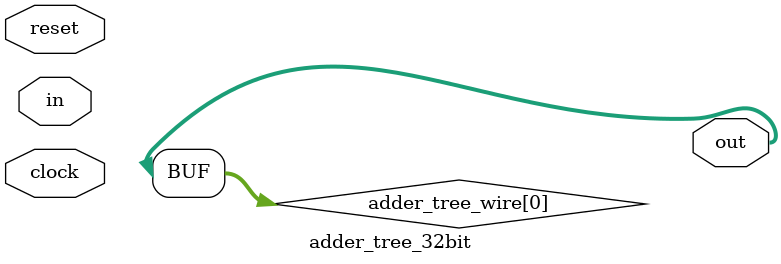
<source format=v>
module adder_tree_32bit #(
  parameter TREE_SIZE = -1
)
(
  input clock, 
	input reset, 
	input [32*TREE_SIZE-1:0]  in,
	output [31:0] out	
);


// wire declarations
wire [31:0] adder_tree_wire [((TREE_SIZE*2)-1)-1:0];

// assign statments
assign out = adder_tree_wire[0];

genvar i;
generate
// map input to wire array
for(i = 0; i < TREE_SIZE; i=i+1) begin : connect_in_vector
	assign adder_tree_wire[i+TREE_SIZE-1] = in[i*32+31:i*32];
end // for

// connect adder tree
for(i= (TREE_SIZE*2)-2 ; i >=1 ; i=i-2) begin : sum_products
  add_32bit_signed add_inst(
    .clock(clock),
    .dataa(adder_tree_wire[i-1]),
    .datab(adder_tree_wire[i]),
    .result(adder_tree_wire[(i/2)-1])
  );  
end // for

endgenerate
   
endmodule // mult_adder

</source>
